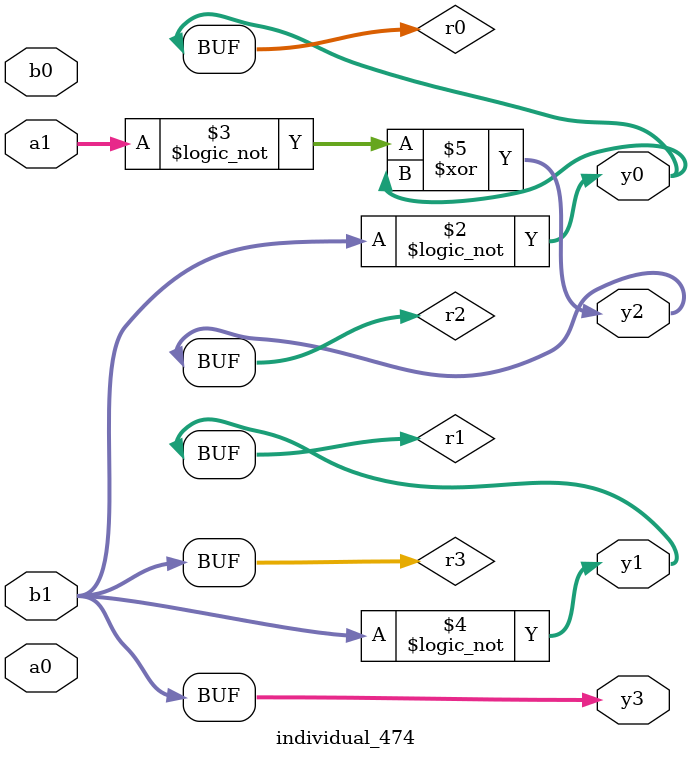
<source format=sv>
module individual_474(input logic [15:0] a1, input logic [15:0] a0, input logic [15:0] b1, input logic [15:0] b0, output logic [15:0] y3, output logic [15:0] y2, output logic [15:0] y1, output logic [15:0] y0);
logic [15:0] r0, r1, r2, r3; 
 always@(*) begin 
	 r0 = a0; r1 = a1; r2 = b0; r3 = b1; 
 	 r0 = ! r3 ;
 	 r2 = ! r1 ;
 	 r1 = ! r3 ;
 	 r2  ^=  r0 ;
 	 y3 = r3; y2 = r2; y1 = r1; y0 = r0; 
end
endmodule
</source>
